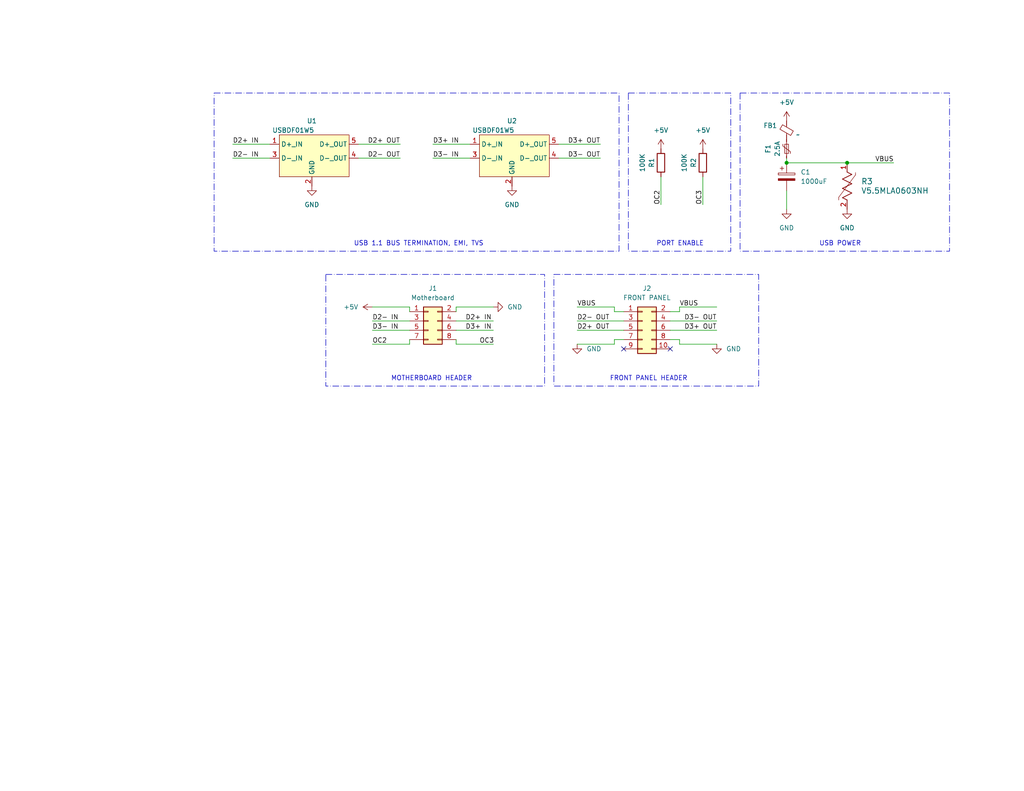
<source format=kicad_sch>
(kicad_sch (version 20230121) (generator eeschema)
  (paper "USLetter")
  (title_block (title "USB-CV1") (rev "2.0") (company "Undefined Systems, LLC"))
  (lib_symbols
    (symbol "2023-10-14_18-53-28:V5.5MLA0603NHAUTO" (pin_names (offset 0.254))
      (property "Reference" "R" (at 5.715 4.572 0))
      (property "Value" "V5.5MLA0603NHAUTO" (at 6.35 -4.953 0))
      (symbol "V5.5MLA0603NHAUTO_1_1"
        (polyline (pts (xy 2.54 0) (xy 3.175 1.27)) (stroke (width 0.2032)))
        (polyline (pts (xy 3.175 1.27) (xy 4.445 -1.27)) (stroke (width 0.2032)))
        (polyline (pts (xy 3.302 2.286) (xy 2.54 2.286)) (stroke (width 0.127)))
        (polyline (pts (xy 3.302 2.286) (xy 9.398 -2.286)) (stroke (width 0.127)))
        (polyline (pts (xy 4.445 -1.27) (xy 5.715 1.27)) (stroke (width 0.2032)))
        (polyline (pts (xy 5.715 1.27) (xy 6.985 -1.27)) (stroke (width 0.2032)))
        (polyline (pts (xy 6.985 -1.27) (xy 8.255 1.27)) (stroke (width 0.2032)))
        (polyline (pts (xy 8.255 1.27) (xy 9.525 -1.27)) (stroke (width 0.2032)))
        (polyline (pts (xy 9.398 -2.286) (xy 10.033 -2.286)) (stroke (width 0.127)))
        (polyline (pts (xy 9.525 -1.27) (xy 10.16 0)) (stroke (width 0.2032)))
        (pin unspecified line (at 12.7 0 180) (length 2.54) (name "") (number "1"))
        (pin unspecified line (at 0 0 0) (length 2.54) (name "") (number "2"))
      )
      (symbol "V5.5MLA0603NHAUTO_1_2"
        (polyline (pts (xy -1.905 3.81) (xy -1.905 2.667)) (stroke (width 0.127)))
        (polyline (pts (xy -1.27 3.175) (xy 1.27 4.445)) (stroke (width 0.2032)))
        (polyline (pts (xy -1.27 5.715) (xy 1.27 6.985)) (stroke (width 0.2032)))
        (polyline (pts (xy -1.27 8.255) (xy 1.27 9.525)) (stroke (width 0.2032)))
        (polyline (pts (xy 0 2.54) (xy -1.27 3.175)) (stroke (width 0.2032)))
        (polyline (pts (xy 1.27 4.445) (xy -1.27 5.715)) (stroke (width 0.2032)))
        (polyline (pts (xy 1.27 6.985) (xy -1.27 8.255)) (stroke (width 0.2032)))
        (polyline (pts (xy 1.27 9.525) (xy 0 10.16)) (stroke (width 0.2032)))
        (polyline (pts (xy 1.905 9.144) (xy -1.905 3.81)) (stroke (width 0.127)))
        (polyline (pts (xy 1.905 9.906) (xy 1.905 9.144)) (stroke (width 0.127)))
        (polyline (pts (xy 1.905 9.906) (xy 1.905 10.16)) (stroke (width 0.127)))
        (polyline (pts (xy 1.905 10.16) (xy 1.905 10.287)) (stroke (width 0.127)))
        (pin unspecified line (at 0 12.7 270) (length 2.54) (name "") (number "1"))
        (pin unspecified line (at 0 0 90) (length 2.54) (name "") (number "2"))
      )
    )
    (symbol "Connector_Generic:Conn_02x04_Odd_Even" (pin_names (offset 1.016) hide)
      (property "Reference" "J" (at 1.27 5.08 0))
      (property "Value" "Conn_02x04_Odd_Even" (at 1.27 -7.62 0))
      (symbol "Conn_02x04_Odd_Even_1_1"
        (rectangle (start -1.27 -4.953) (end 0 -5.207) (stroke (width 0.1524)))
        (rectangle (start -1.27 -2.413) (end 0 -2.667) (stroke (width 0.1524)))
        (rectangle (start -1.27 0.127) (end 0 -0.127) (stroke (width 0.1524)))
        (rectangle (start -1.27 2.667) (end 0 2.413) (stroke (width 0.1524)))
        (rectangle (start -1.27 3.81) (end 3.81 -6.35) (stroke (width 0.254)) (fill (type background)))
        (rectangle (start 3.81 -4.953) (end 2.54 -5.207) (stroke (width 0.1524)))
        (rectangle (start 3.81 -2.413) (end 2.54 -2.667) (stroke (width 0.1524)))
        (rectangle (start 3.81 0.127) (end 2.54 -0.127) (stroke (width 0.1524)))
        (rectangle (start 3.81 2.667) (end 2.54 2.413) (stroke (width 0.1524)))
        (pin passive line (at -5.08 2.54 0) (length 3.81) (name "Pin_1") (number "1"))
        (pin passive line (at 7.62 2.54 180) (length 3.81) (name "Pin_2") (number "2"))
        (pin passive line (at -5.08 0 0) (length 3.81) (name "Pin_3") (number "3"))
        (pin passive line (at 7.62 0 180) (length 3.81) (name "Pin_4") (number "4"))
        (pin passive line (at -5.08 -2.54 0) (length 3.81) (name "Pin_5") (number "5"))
        (pin passive line (at 7.62 -2.54 180) (length 3.81) (name "Pin_6") (number "6"))
        (pin passive line (at -5.08 -5.08 0) (length 3.81) (name "Pin_7") (number "7"))
        (pin passive line (at 7.62 -5.08 180) (length 3.81) (name "Pin_8") (number "8"))
      )
    )
    (symbol "Connector_Generic:Conn_02x05_Odd_Even" (pin_names (offset 1.016) hide)
      (property "Reference" "J" (at 1.27 7.62 0))
      (property "Value" "Conn_02x05_Odd_Even" (at 1.27 -7.62 0))
      (symbol "Conn_02x05_Odd_Even_1_1"
        (rectangle (start -1.27 -4.953) (end 0 -5.207) (stroke (width 0.1524)))
        (rectangle (start -1.27 -2.413) (end 0 -2.667) (stroke (width 0.1524)))
        (rectangle (start -1.27 0.127) (end 0 -0.127) (stroke (width 0.1524)))
        (rectangle (start -1.27 2.667) (end 0 2.413) (stroke (width 0.1524)))
        (rectangle (start -1.27 5.207) (end 0 4.953) (stroke (width 0.1524)))
        (rectangle (start -1.27 6.35) (end 3.81 -6.35) (stroke (width 0.254)) (fill (type background)))
        (rectangle (start 3.81 -4.953) (end 2.54 -5.207) (stroke (width 0.1524)))
        (rectangle (start 3.81 -2.413) (end 2.54 -2.667) (stroke (width 0.1524)))
        (rectangle (start 3.81 0.127) (end 2.54 -0.127) (stroke (width 0.1524)))
        (rectangle (start 3.81 2.667) (end 2.54 2.413) (stroke (width 0.1524)))
        (rectangle (start 3.81 5.207) (end 2.54 4.953) (stroke (width 0.1524)))
        (pin passive line (at -5.08 5.08 0) (length 3.81) (name "Pin_1") (number "1"))
        (pin passive line (at 7.62 -5.08 180) (length 3.81) (name "Pin_10") (number "10"))
        (pin passive line (at 7.62 5.08 180) (length 3.81) (name "Pin_2") (number "2"))
        (pin passive line (at -5.08 2.54 0) (length 3.81) (name "Pin_3") (number "3"))
        (pin passive line (at 7.62 2.54 180) (length 3.81) (name "Pin_4") (number "4"))
        (pin passive line (at -5.08 0 0) (length 3.81) (name "Pin_5") (number "5"))
        (pin passive line (at 7.62 0 180) (length 3.81) (name "Pin_6") (number "6"))
        (pin passive line (at -5.08 -2.54 0) (length 3.81) (name "Pin_7") (number "7"))
        (pin passive line (at 7.62 -2.54 180) (length 3.81) (name "Pin_8") (number "8"))
        (pin passive line (at -5.08 -5.08 0) (length 3.81) (name "Pin_9") (number "9"))
      )
    )
    (symbol "Device:C_Polarized" (pin_numbers hide) (pin_names (offset 0.254))
      (property "Reference" "C" (at 0.635 2.54 0))
      (property "Value" "C_Polarized" (at 0.635 -2.54 0))
      (symbol "C_Polarized_0_1"
        (rectangle (start -2.286 0.508) (end 2.286 1.016))
        (polyline (pts (xy -1.778 2.286) (xy -0.762 2.286)))
        (polyline (pts (xy -1.27 2.794) (xy -1.27 1.778)))
        (rectangle (start 2.286 -0.508) (end -2.286 -1.016) (fill (type outline)))
      )
      (symbol "C_Polarized_1_1"
        (pin passive line (at 0 3.81 270) (length 2.794) (name "~") (number "1"))
        (pin passive line (at 0 -3.81 90) (length 2.794) (name "~") (number "2"))
      )
    )
    (symbol "Device:FerriteBead_Small" (pin_numbers hide) (pin_names (offset 0))
      (property "Reference" "FB" (at 1.905 1.27 0))
      (property "Value" "FerriteBead_Small" (at 1.905 -1.27 0))
      (symbol "FerriteBead_Small_0_1"
        (polyline (pts (xy 0 -1.27) (xy 0 -0.7874)))
        (polyline (pts (xy 0 0.889) (xy 0 1.2954)))
        (polyline (pts (xy -1.8288 0.2794) (xy -1.1176 1.4986) (xy 1.8288 -0.2032) (xy 1.1176 -1.4224) (xy -1.8288 0.2794)))
      )
      (symbol "FerriteBead_Small_1_1"
        (pin passive line (at 0 2.54 270) (length 1.27) (name "~") (number "1"))
        (pin passive line (at 0 -2.54 90) (length 1.27) (name "~") (number "2"))
      )
    )
    (symbol "Device:Polyfuse_Small" (pin_numbers hide) (pin_names (offset 0))
      (property "Reference" "F" (at -1.905 0 90))
      (property "Value" "Polyfuse_Small" (at 1.905 0 90))
      (symbol "Polyfuse_Small_0_1"
        (rectangle (start -0.508 1.27) (end 0.508 -1.27))
        (polyline (pts (xy 0 2.54) (xy 0 -2.54)))
        (polyline (pts (xy -1.016 1.27) (xy -1.016 0.762) (xy 1.016 -0.762) (xy 1.016 -1.27)))
      )
      (symbol "Polyfuse_Small_1_1"
        (pin passive line (at 0 2.54 270) (length 0.635) (name "~") (number "1"))
        (pin passive line (at 0 -2.54 90) (length 0.635) (name "~") (number "2"))
      )
    )
    (symbol "Device:R" (pin_numbers hide) (pin_names (offset 0))
      (property "Reference" "R" (at 2.032 0 90))
      (property "Value" "R" (at 0 0 90))
      (symbol "R_0_1"
        (rectangle (start -1.016 -2.54) (end 1.016 2.54) (stroke (width 0.254)))
      )
      (symbol "R_1_1"
        (pin passive line (at 0 3.81 270) (length 1.27) (name "~") (number "1"))
        (pin passive line (at 0 -3.81 90) (length 1.27) (name "~") (number "2"))
      )
    )
    (symbol "USB-CV1_sym:USBDF01W5"
      (property "Reference" "U" (at 0 6.35 0))
      (symbol "USBDF01W5_1_1"
        (rectangle (start -8.89 5.08) (end 10.16 -6.35) (fill (type background)))
        (pin input line (at -11.43 2.54 0) (length 2.54) (name "D+_IN") (number "1"))
        (pin input line (at 0 -8.89 90) (length 2.54) (name "GND") (number "2"))
        (pin input line (at -11.43 -1.27 0) (length 2.54) (name "D-_IN") (number "3"))
        (pin output line (at 12.7 -1.27 180) (length 2.54) (name "D-_OUT") (number "4"))
        (pin output line (at 12.7 2.54 180) (length 2.54) (name "D+_OUT") (number "5"))
      )
    )
    (symbol "power:+5V" (power) (pin_names (offset 0))
      (property "Value" "+5V" (at 0 3.556 0))
      (symbol "+5V_0_1"
        (polyline (pts (xy -0.762 1.27) (xy 0 2.54)))
        (polyline (pts (xy 0 0) (xy 0 2.54)))
        (polyline (pts (xy 0 2.54) (xy 0.762 1.27)))
      )
      (symbol "+5V_1_1"
        (pin power_in line (at 0 0 90) (length 0) hide (name "+5V") (number "1"))
      )
    )
    (symbol "power:GND" (power) (pin_names (offset 0))
      (property "Value" "GND" (at 0 -3.81 0))
      (symbol "GND_0_1"
        (polyline (pts (xy 0 0) (xy 0 -1.27) (xy 1.27 -1.27) (xy 0 -2.54) (xy -1.27 -1.27) (xy 0 -1.27)))
      )
      (symbol "GND_1_1"
        (pin power_in line (at 0 0 270) (length 0) hide (name "GND") (number "1"))
      )
    )
  )
  (junction (at 231.14 44.45))
  (junction (at 214.63 44.45))
  (no_connect (at 182.88 95.25))
  (no_connect (at 170.18 95.25))
  (wire (pts (xy 157.48 87.63) (xy 170.18 87.63)))
  (wire (pts (xy 185.42 93.98) (xy 195.58 93.98)))
  (wire (pts (xy 124.46 92.71) (xy 124.46 93.98)))
  (wire (pts (xy 97.79 43.18) (xy 109.22 43.18)))
  (wire (pts (xy 231.14 44.45) (xy 243.84 44.45)))
  (wire (pts (xy 101.6 93.98) (xy 111.76 93.98)))
  (wire (pts (xy 101.6 87.63) (xy 111.76 87.63)))
  (wire (pts (xy 182.88 90.17) (xy 195.58 90.17)))
  (wire (pts (xy 185.42 83.82) (xy 195.58 83.82)))
  (wire (pts (xy 185.42 92.71) (xy 185.42 93.98)))
  (wire (pts (xy 124.46 90.17) (xy 134.62 90.17)))
  (wire (pts (xy 170.18 92.71) (xy 167.64 92.71)))
  (wire (pts (xy 63.5 43.18) (xy 73.66 43.18)))
  (wire (pts (xy 124.46 83.82) (xy 134.62 83.82)))
  (wire (pts (xy 157.48 93.98) (xy 167.64 93.98)))
  (wire (pts (xy 170.18 85.09) (xy 167.64 85.09)))
  (wire (pts (xy 182.88 92.71) (xy 185.42 92.71)))
  (wire (pts (xy 101.6 90.17) (xy 111.76 90.17)))
  (wire (pts (xy 97.79 39.37) (xy 109.22 39.37)))
  (wire (pts (xy 124.46 93.98) (xy 134.62 93.98)))
  (wire (pts (xy 214.63 44.45) (xy 231.14 44.45)))
  (wire (pts (xy 157.48 90.17) (xy 170.18 90.17)))
  (wire (pts (xy 124.46 87.63) (xy 134.62 87.63)))
  (wire (pts (xy 182.88 87.63) (xy 195.58 87.63)))
  (wire (pts (xy 152.4 43.18) (xy 163.83 43.18)))
  (wire (pts (xy 124.46 85.09) (xy 124.46 83.82)))
  (wire (pts (xy 152.4 39.37) (xy 163.83 39.37)))
  (wire (pts (xy 111.76 92.71) (xy 111.76 93.98)))
  (wire (pts (xy 185.42 85.09) (xy 185.42 83.82)))
  (wire (pts (xy 180.34 48.26) (xy 180.34 55.88)))
  (wire (pts (xy 182.88 85.09) (xy 185.42 85.09)))
  (wire (pts (xy 157.48 83.82) (xy 167.64 83.82)))
  (wire (pts (xy 63.5 39.37) (xy 73.66 39.37)))
  (wire (pts (xy 101.6 83.82) (xy 111.76 83.82)))
  (wire (pts (xy 111.76 85.09) (xy 111.76 83.82)))
  (wire (pts (xy 167.64 92.71) (xy 167.64 93.98)))
  (wire (pts (xy 167.64 85.09) (xy 167.64 83.82)))
  (wire (pts (xy 118.11 43.18) (xy 128.27 43.18)))
  (wire (pts (xy 214.63 52.07) (xy 214.63 57.15)))
  (wire (pts (xy 118.11 39.37) (xy 128.27 39.37)))
  (wire (pts (xy 191.77 48.26) (xy 191.77 55.88)))
  (wire (pts (xy 214.63 43.18) (xy 214.63 44.45)))
  (rectangle (start 151.13 74.93) (end 207.01 105.41) (stroke (width 0) (type dash_dot)))
  (rectangle (start 171.45 25.4) (end 199.39 68.58) (stroke (width 0) (type dash_dot)))
  (rectangle (start 201.93 25.4) (end 259.08 68.58) (stroke (width 0) (type dash_dot)))
  (rectangle (start 58.42 25.4) (end 168.91 68.58) (stroke (width 0) (type dash_dot)))
  (rectangle (start 88.9 74.93) (end 148.59 105.41) (stroke (width 0) (type dash_dot)))
  (text "MOTHERBOARD HEADER" (at 106.68 104.14 0) (effects (font (size 1.27 1.27)) (justify left bottom)))
  (text "FRONT PANEL HEADER" (at 166.37 104.14 0) (effects (font (size 1.27 1.27)) (justify left bottom)))
  (text "USB POWER" (at 223.52 67.31 0) (effects (font (size 1.27 1.27)) (justify left bottom)))
  (text "PORT ENABLE" (at 179.07 67.31 0) (effects (font (size 1.27 1.27)) (justify left bottom)))
  (text "USB 1.1 BUS TERMINATION, EMI, TVS" (at 96.52 67.31 0) (effects (font (size 1.27 1.27)) (justify left bottom)))
  (label "D3+ OUT" (at 154.94 39.37 0))
  (label "D3+ IN" (at 118.11 39.37 0))
  (label "OC2" (at 180.34 55.88 90))
  (label "D2+ OUT" (at 157.48 90.17 0))
  (label "D3- IN" (at 101.6 90.17 0))
  (label "D3+ OUT" (at 186.69 90.17 0))
  (label "D2- OUT" (at 100.33 43.18 0))
  (label "OC3" (at 130.81 93.98 0))
  (label "D2- OUT" (at 157.48 87.63 0))
  (label "D2+ IN" (at 63.5 39.37 0))
  (label "VBUS" (at 238.76 44.45 0))
  (label "D2+ OUT" (at 100.33 39.37 0))
  (label "VBUS" (at 185.42 83.82 0))
  (label "D2- IN" (at 63.5 43.18 0))
  (label "D3+ IN" (at 127 90.17 0))
  (label "OC3" (at 191.77 55.88 90))
  (label "D3- IN" (at 118.11 43.18 0))
  (label "D2- IN" (at 101.6 87.63 0))
  (label "D3- OUT" (at 186.69 87.63 0))
  (label "OC2" (at 101.6 93.98 0))
  (label "VBUS" (at 157.48 83.82 0))
  (label "D3- OUT" (at 154.94 43.18 0))
  (label "D2+ IN" (at 127 87.63 0))
  (symbol (lib_id "power:+5V") (at 101.6 83.82 90) (unit 1)
    (property "Reference" "#PWR04" (effects hide))
    (property "Value" "+5V" (at 97.79 83.82 90) (effects (justify left)))
  )
  (symbol (lib_id "Connector_Generic:Conn_02x04_Odd_Even") (at 116.84 87.63 0) (unit 1)
    (property "Reference" "J1" (at 118.11 78.74 0))
    (property "Value" "Motherboard" (at 118.11 81.28 0))
    (property "Footprint" "Connector_PinHeader_2.00mm:PinHeader_2x04_P2.00mm_Vertical" (effects hide))
  )
  (symbol (lib_id "USB-CV1_sym:USBDF01W5") (at 139.7 41.91 0) (unit 1)
    (property "Reference" "U2" (at 139.7 33.02 0))
    (property "Value" "USBDF01W5" (at 134.62 35.56 0))
    (property "Footprint" "footprints:SOT323-5L_STM-M" (effects hide))
  )
  (symbol (lib_id "Connector_Generic:Conn_02x05_Odd_Even") (at 175.26 90.17 0) (unit 1)
    (property "Reference" "J2" (at 176.53 78.74 0))
    (property "Value" "FRONT PANEL" (at 176.53 81.28 0))
    (property "Footprint" "Connector_PinHeader_2.54mm:PinHeader_2x05_P2.54mm_Vertical" (effects hide))
  )
  (symbol (lib_id "Device:Polyfuse_Small") (at 214.63 40.64 180) (unit 1)
    (property "Reference" "F1" (at 209.55 40.64 90))
    (property "Value" "2.5A" (at 212.09 40.64 90))
    (property "Footprint" "Resistor_SMD:R_1812_4532Metric_Pad1.30x3.40mm_HandSolder" (effects hide))
  )
  (symbol (lib_id "power:GND") (at 231.14 57.15 0) (unit 1)
    (property "Reference" "#PWR02" (effects hide))
    (property "Value" "GND" (at 231.14 62.23 0))
  )
  (symbol (lib_id "power:GND") (at 157.48 93.98 0) (unit 1)
    (property "Reference" "#PWR06" (effects hide))
    (property "Value" "GND" (at 160.02 95.25 0) (effects (justify left)))
  )
  (symbol (lib_id "Device:R") (at 180.34 44.45 0) (unit 1)
    (property "Reference" "R1" (at 177.8 44.45 90))
    (property "Value" "100K" (at 175.26 44.45 90))
    (property "Footprint" "Resistor_THT:R_Axial_DIN0204_L3.6mm_D1.6mm_P5.08mm_Horizontal" (effects hide))
  )
  (symbol (lib_id "power:+5V") (at 191.77 40.64 0) (unit 1)
    (property "Reference" "#PWR010" (effects hide))
    (property "Value" "+5V" (at 191.77 35.56 0))
  )
  (symbol (lib_id "power:+5V") (at 180.34 40.64 0) (unit 1)
    (property "Reference" "#PWR09" (effects hide))
    (property "Value" "+5V" (at 180.34 35.56 0))
  )
  (symbol (lib_id "power:GND") (at 134.62 83.82 90) (unit 1)
    (property "Reference" "#PWR03" (effects hide))
    (property "Value" "GND" (at 138.43 83.82 90) (effects (justify right)))
  )
  (symbol (lib_id "power:+5V") (at 214.63 33.02 0) (unit 1)
    (property "Reference" "#PWR01" (effects hide))
    (property "Value" "+5V" (at 214.63 27.94 0))
  )
  (symbol (lib_id "2023-10-14_18-53-28:V5.5MLA0603NHAUTO") (at 231.14 57.15 90) (unit 1)
    (property "Reference" "R3" (at 234.95 49.53 90) (effects (font (size 1.524 1.524)) (justify right)))
    (property "Value" "V5.5MLA0603NH" (at 234.95 52.07 90) (effects (font (size 1.524 1.524)) (justify right)))
    (property "Footprint" "VRES_MLA-0603_LTF" (effects hide))
    (property "Datasheet" "V5.5MLA0603NHAUTO" (effects hide))
  )
  (symbol (lib_id "Device:C_Polarized") (at 214.63 48.26 0) (unit 1)
    (property "Reference" "C1" (at 218.44 46.99 0) (effects (justify left)))
    (property "Value" "1000uF" (at 218.44 49.53 0) (effects (justify left)))
    (property "Footprint" "Capacitor_THT:CP_Radial_D8.0mm_P5.00mm" (effects hide))
  )
  (symbol (lib_id "power:GND") (at 85.09 50.8 0) (unit 1)
    (property "Reference" "#PWR08" (effects hide))
    (property "Value" "GND" (at 85.09 55.88 0))
  )
  (symbol (lib_id "Device:R") (at 191.77 44.45 180) (unit 1)
    (property "Reference" "R2" (at 189.23 44.45 90))
    (property "Value" "100K" (at 186.69 44.45 90))
    (property "Footprint" "Resistor_THT:R_Axial_DIN0204_L3.6mm_D1.6mm_P5.08mm_Horizontal" (effects hide))
  )
  (symbol (lib_id "power:GND") (at 214.63 57.15 0) (unit 1)
    (property "Reference" "#PWR011" (effects hide))
    (property "Value" "GND" (at 214.63 62.23 0))
  )
  (symbol (lib_id "power:GND") (at 195.58 93.98 0) (unit 1)
    (property "Reference" "#PWR05" (effects hide))
    (property "Value" "GND" (at 198.12 95.25 0) (effects (justify left)))
  )
  (symbol (lib_id "USB-CV1_sym:USBDF01W5") (at 85.09 41.91 0) (unit 1)
    (property "Reference" "U1" (at 85.09 33.02 0))
    (property "Value" "USBDF01W5" (at 80.01 35.56 0))
    (property "Footprint" "footprints:SOT323-5L_STM-M" (effects hide))
  )
  (symbol (lib_id "Device:FerriteBead_Small") (at 214.63 35.56 0) (unit 1)
    (property "Reference" "FB1" (at 208.28 34.29 0) (effects (justify left)))
    (property "Value" "~" (at 217.17 36.7919 0) (effects (justify left)))
    (property "Footprint" "Resistor_THT:R_Axial_DIN0411_L9.9mm_D3.6mm_P12.70mm_Horizontal" (effects hide))
  )
  (symbol (lib_id "power:GND") (at 139.7 50.8 0) (unit 1)
    (property "Reference" "#PWR07" (effects hide))
    (property "Value" "GND" (at 139.7 55.88 0))
  )
)
</source>
